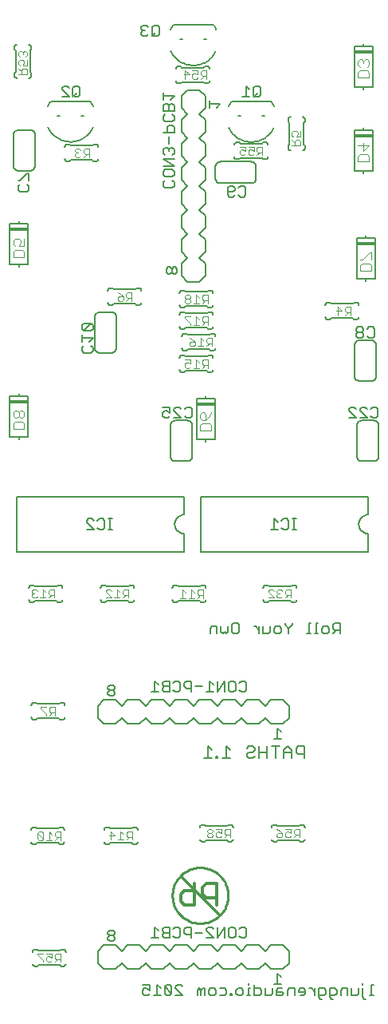
<source format=gbo>
G75*
%MOIN*%
%OFA0B0*%
%FSLAX24Y24*%
%IPPOS*%
%LPD*%
%AMOC8*
5,1,8,0,0,1.08239X$1,22.5*
%
%ADD10C,0.0060*%
%ADD11C,0.0070*%
%ADD12C,0.0120*%
%ADD13C,0.0087*%
%ADD14C,0.0040*%
%ADD15C,0.0050*%
D10*
X001791Y004305D02*
X001891Y004305D01*
X001941Y004355D01*
X002841Y004355D01*
X002891Y004305D01*
X002991Y004305D01*
X003008Y004307D01*
X003025Y004311D01*
X003041Y004318D01*
X003055Y004328D01*
X003068Y004341D01*
X003078Y004355D01*
X003085Y004371D01*
X003089Y004388D01*
X003091Y004405D01*
X003091Y004905D02*
X003089Y004922D01*
X003085Y004939D01*
X003078Y004955D01*
X003068Y004969D01*
X003055Y004982D01*
X003041Y004992D01*
X003025Y004999D01*
X003008Y005003D01*
X002991Y005005D01*
X002891Y005005D01*
X002841Y004955D01*
X001941Y004955D01*
X001891Y005005D01*
X001791Y005005D01*
X001774Y005003D01*
X001757Y004999D01*
X001741Y004992D01*
X001727Y004982D01*
X001714Y004969D01*
X001704Y004955D01*
X001697Y004939D01*
X001693Y004922D01*
X001691Y004905D01*
X001691Y004405D02*
X001693Y004388D01*
X001697Y004371D01*
X001704Y004355D01*
X001714Y004341D01*
X001727Y004328D01*
X001741Y004318D01*
X001757Y004311D01*
X001774Y004307D01*
X001791Y004305D01*
X001725Y009396D02*
X001825Y009396D01*
X001875Y009446D01*
X002775Y009446D01*
X002825Y009396D01*
X002925Y009396D01*
X002942Y009398D01*
X002959Y009402D01*
X002975Y009409D01*
X002989Y009419D01*
X003002Y009432D01*
X003012Y009446D01*
X003019Y009462D01*
X003023Y009479D01*
X003025Y009496D01*
X003025Y009996D02*
X003023Y010013D01*
X003019Y010030D01*
X003012Y010046D01*
X003002Y010060D01*
X002989Y010073D01*
X002975Y010083D01*
X002959Y010090D01*
X002942Y010094D01*
X002925Y010096D01*
X002825Y010096D01*
X002775Y010046D01*
X001875Y010046D01*
X001825Y010096D01*
X001725Y010096D01*
X001708Y010094D01*
X001691Y010090D01*
X001675Y010083D01*
X001661Y010073D01*
X001648Y010060D01*
X001638Y010046D01*
X001631Y010030D01*
X001627Y010013D01*
X001625Y009996D01*
X001625Y009496D02*
X001627Y009479D01*
X001631Y009462D01*
X001638Y009446D01*
X001648Y009432D01*
X001661Y009419D01*
X001675Y009409D01*
X001691Y009402D01*
X001708Y009398D01*
X001725Y009396D01*
X001750Y014600D02*
X001850Y014600D01*
X001900Y014650D01*
X002800Y014650D01*
X002850Y014600D01*
X002950Y014600D01*
X002967Y014602D01*
X002984Y014606D01*
X003000Y014613D01*
X003014Y014623D01*
X003027Y014636D01*
X003037Y014650D01*
X003044Y014666D01*
X003048Y014683D01*
X003050Y014700D01*
X003050Y015200D02*
X003048Y015217D01*
X003044Y015234D01*
X003037Y015250D01*
X003027Y015264D01*
X003014Y015277D01*
X003000Y015287D01*
X002984Y015294D01*
X002967Y015298D01*
X002950Y015300D01*
X002850Y015300D01*
X002800Y015250D01*
X001900Y015250D01*
X001850Y015300D01*
X001750Y015300D01*
X001733Y015298D01*
X001716Y015294D01*
X001700Y015287D01*
X001686Y015277D01*
X001673Y015264D01*
X001663Y015250D01*
X001656Y015234D01*
X001652Y015217D01*
X001650Y015200D01*
X001650Y014700D02*
X001652Y014683D01*
X001656Y014666D01*
X001663Y014650D01*
X001673Y014636D01*
X001686Y014623D01*
X001700Y014613D01*
X001716Y014606D01*
X001733Y014602D01*
X001750Y014600D01*
X001750Y019500D02*
X001650Y019500D01*
X001633Y019502D01*
X001616Y019506D01*
X001600Y019513D01*
X001586Y019523D01*
X001573Y019536D01*
X001563Y019550D01*
X001556Y019566D01*
X001552Y019583D01*
X001550Y019600D01*
X001750Y019500D02*
X001800Y019550D01*
X002700Y019550D01*
X002750Y019500D01*
X002850Y019500D01*
X002867Y019502D01*
X002884Y019506D01*
X002900Y019513D01*
X002914Y019523D01*
X002927Y019536D01*
X002937Y019550D01*
X002944Y019566D01*
X002948Y019583D01*
X002950Y019600D01*
X002950Y020100D02*
X002948Y020117D01*
X002944Y020134D01*
X002937Y020150D01*
X002927Y020164D01*
X002914Y020177D01*
X002900Y020187D01*
X002884Y020194D01*
X002867Y020198D01*
X002850Y020200D01*
X002750Y020200D01*
X002700Y020150D01*
X001800Y020150D01*
X001750Y020200D01*
X001650Y020200D01*
X001633Y020198D01*
X001616Y020194D01*
X001600Y020187D01*
X001586Y020177D01*
X001573Y020164D01*
X001563Y020150D01*
X001556Y020134D01*
X001552Y020117D01*
X001550Y020100D01*
X001050Y021600D02*
X001050Y023900D01*
X008050Y023900D01*
X008050Y023150D01*
X008011Y023148D01*
X007972Y023142D01*
X007934Y023133D01*
X007897Y023120D01*
X007861Y023103D01*
X007828Y023083D01*
X007796Y023059D01*
X007767Y023033D01*
X007741Y023004D01*
X007717Y022972D01*
X007697Y022939D01*
X007680Y022903D01*
X007667Y022866D01*
X007658Y022828D01*
X007652Y022789D01*
X007650Y022750D01*
X007652Y022711D01*
X007658Y022672D01*
X007667Y022634D01*
X007680Y022597D01*
X007697Y022561D01*
X007717Y022528D01*
X007741Y022496D01*
X007767Y022467D01*
X007796Y022441D01*
X007828Y022417D01*
X007861Y022397D01*
X007897Y022380D01*
X007934Y022367D01*
X007972Y022358D01*
X008011Y022352D01*
X008050Y022350D01*
X008050Y021600D01*
X001050Y021600D01*
X004674Y015411D02*
X004424Y015161D01*
X004424Y014661D01*
X004674Y014411D01*
X005174Y014411D01*
X005424Y014661D01*
X005674Y014411D01*
X006174Y014411D01*
X006424Y014661D01*
X006674Y014411D01*
X007174Y014411D01*
X007424Y014661D01*
X007674Y014411D01*
X008174Y014411D01*
X008424Y014661D01*
X008674Y014411D01*
X009174Y014411D01*
X009424Y014661D01*
X009674Y014411D01*
X010174Y014411D01*
X010424Y014661D01*
X010674Y014411D01*
X011174Y014411D01*
X011424Y014661D01*
X011674Y014411D01*
X012174Y014411D01*
X012424Y014661D01*
X012424Y015161D01*
X012174Y015411D01*
X011674Y015411D01*
X011424Y015161D01*
X011174Y015411D01*
X010674Y015411D01*
X010424Y015161D01*
X010174Y015411D01*
X009674Y015411D01*
X009424Y015161D01*
X009174Y015411D01*
X008674Y015411D01*
X008424Y015161D01*
X008174Y015411D01*
X007674Y015411D01*
X007424Y015161D01*
X007174Y015411D01*
X006674Y015411D01*
X006424Y015161D01*
X006174Y015411D01*
X005674Y015411D01*
X005424Y015161D01*
X005174Y015411D01*
X004674Y015411D01*
X004650Y019500D02*
X004750Y019500D01*
X004800Y019550D01*
X005700Y019550D01*
X005750Y019500D01*
X005850Y019500D01*
X005867Y019502D01*
X005884Y019506D01*
X005900Y019513D01*
X005914Y019523D01*
X005927Y019536D01*
X005937Y019550D01*
X005944Y019566D01*
X005948Y019583D01*
X005950Y019600D01*
X005950Y020100D02*
X005948Y020117D01*
X005944Y020134D01*
X005937Y020150D01*
X005927Y020164D01*
X005914Y020177D01*
X005900Y020187D01*
X005884Y020194D01*
X005867Y020198D01*
X005850Y020200D01*
X005750Y020200D01*
X005700Y020150D01*
X004800Y020150D01*
X004750Y020200D01*
X004650Y020200D01*
X004633Y020198D01*
X004616Y020194D01*
X004600Y020187D01*
X004586Y020177D01*
X004573Y020164D01*
X004563Y020150D01*
X004556Y020134D01*
X004552Y020117D01*
X004550Y020100D01*
X004550Y019600D02*
X004552Y019583D01*
X004556Y019566D01*
X004563Y019550D01*
X004573Y019536D01*
X004586Y019523D01*
X004600Y019513D01*
X004616Y019506D01*
X004633Y019502D01*
X004650Y019500D01*
X007475Y025575D02*
X007475Y026875D01*
X007477Y026901D01*
X007482Y026927D01*
X007490Y026952D01*
X007502Y026975D01*
X007516Y026997D01*
X007534Y027016D01*
X007553Y027034D01*
X007575Y027048D01*
X007598Y027060D01*
X007623Y027068D01*
X007649Y027073D01*
X007675Y027075D01*
X008175Y027075D01*
X008201Y027073D01*
X008227Y027068D01*
X008252Y027060D01*
X008275Y027048D01*
X008297Y027034D01*
X008316Y027016D01*
X008334Y026997D01*
X008348Y026975D01*
X008360Y026952D01*
X008368Y026927D01*
X008373Y026901D01*
X008375Y026875D01*
X008375Y025575D01*
X008373Y025549D01*
X008368Y025523D01*
X008360Y025498D01*
X008348Y025475D01*
X008334Y025453D01*
X008316Y025434D01*
X008297Y025416D01*
X008275Y025402D01*
X008252Y025390D01*
X008227Y025382D01*
X008201Y025377D01*
X008175Y025375D01*
X007675Y025375D01*
X007649Y025377D01*
X007623Y025382D01*
X007598Y025390D01*
X007575Y025402D01*
X007553Y025416D01*
X007534Y025434D01*
X007516Y025453D01*
X007502Y025475D01*
X007490Y025498D01*
X007482Y025523D01*
X007477Y025549D01*
X007475Y025575D01*
X008750Y023900D02*
X008750Y021600D01*
X015750Y021600D01*
X015750Y022350D01*
X015711Y022352D01*
X015672Y022358D01*
X015634Y022367D01*
X015597Y022380D01*
X015561Y022397D01*
X015528Y022417D01*
X015496Y022441D01*
X015467Y022467D01*
X015441Y022496D01*
X015417Y022528D01*
X015397Y022561D01*
X015380Y022597D01*
X015367Y022634D01*
X015358Y022672D01*
X015352Y022711D01*
X015350Y022750D01*
X015352Y022789D01*
X015358Y022828D01*
X015367Y022866D01*
X015380Y022903D01*
X015397Y022939D01*
X015417Y022972D01*
X015441Y023004D01*
X015467Y023033D01*
X015496Y023059D01*
X015528Y023083D01*
X015561Y023103D01*
X015597Y023120D01*
X015634Y023133D01*
X015672Y023142D01*
X015711Y023148D01*
X015750Y023150D01*
X015750Y023900D01*
X008750Y023900D01*
X008750Y020200D02*
X008700Y020150D01*
X007800Y020150D01*
X007750Y020200D01*
X007650Y020200D01*
X007633Y020198D01*
X007616Y020194D01*
X007600Y020187D01*
X007586Y020177D01*
X007573Y020164D01*
X007563Y020150D01*
X007556Y020134D01*
X007552Y020117D01*
X007550Y020100D01*
X007550Y019600D02*
X007552Y019583D01*
X007556Y019566D01*
X007563Y019550D01*
X007573Y019536D01*
X007586Y019523D01*
X007600Y019513D01*
X007616Y019506D01*
X007633Y019502D01*
X007650Y019500D01*
X007750Y019500D01*
X007800Y019550D01*
X008700Y019550D01*
X008750Y019500D01*
X008850Y019500D01*
X008867Y019502D01*
X008884Y019506D01*
X008900Y019513D01*
X008914Y019523D01*
X008927Y019536D01*
X008937Y019550D01*
X008944Y019566D01*
X008948Y019583D01*
X008950Y019600D01*
X008950Y020100D02*
X008948Y020117D01*
X008944Y020134D01*
X008937Y020150D01*
X008927Y020164D01*
X008914Y020177D01*
X008900Y020187D01*
X008884Y020194D01*
X008867Y020198D01*
X008850Y020200D01*
X008750Y020200D01*
X009200Y018478D02*
X009126Y018405D01*
X009126Y018185D01*
X009200Y018478D02*
X009420Y018478D01*
X009420Y018185D01*
X009587Y018258D02*
X009587Y018478D01*
X009587Y018258D02*
X009660Y018185D01*
X009733Y018258D01*
X009807Y018185D01*
X009880Y018258D01*
X009880Y018478D01*
X010047Y018552D02*
X010047Y018258D01*
X010120Y018185D01*
X010267Y018185D01*
X010341Y018258D01*
X010341Y018552D01*
X010267Y018625D01*
X010120Y018625D01*
X010047Y018552D01*
X010965Y018478D02*
X011038Y018478D01*
X011185Y018332D01*
X011185Y018478D02*
X011185Y018185D01*
X011352Y018185D02*
X011352Y018478D01*
X011352Y018185D02*
X011572Y018185D01*
X011645Y018258D01*
X011645Y018478D01*
X011812Y018405D02*
X011812Y018258D01*
X011885Y018185D01*
X012032Y018185D01*
X012106Y018258D01*
X012106Y018405D01*
X012032Y018478D01*
X011885Y018478D01*
X011812Y018405D01*
X012272Y018552D02*
X012272Y018625D01*
X012272Y018552D02*
X012419Y018405D01*
X012419Y018185D01*
X012419Y018405D02*
X012566Y018552D01*
X012566Y018625D01*
X012550Y019500D02*
X012650Y019500D01*
X012667Y019502D01*
X012684Y019506D01*
X012700Y019513D01*
X012714Y019523D01*
X012727Y019536D01*
X012737Y019550D01*
X012744Y019566D01*
X012748Y019583D01*
X012750Y019600D01*
X012750Y020100D02*
X012748Y020117D01*
X012744Y020134D01*
X012737Y020150D01*
X012727Y020164D01*
X012714Y020177D01*
X012700Y020187D01*
X012684Y020194D01*
X012667Y020198D01*
X012650Y020200D01*
X012550Y020200D01*
X012500Y020150D01*
X011600Y020150D01*
X011550Y020200D01*
X011450Y020200D01*
X011433Y020198D01*
X011416Y020194D01*
X011400Y020187D01*
X011386Y020177D01*
X011373Y020164D01*
X011363Y020150D01*
X011356Y020134D01*
X011352Y020117D01*
X011350Y020100D01*
X011350Y019600D02*
X011352Y019583D01*
X011356Y019566D01*
X011363Y019550D01*
X011373Y019536D01*
X011386Y019523D01*
X011400Y019513D01*
X011416Y019506D01*
X011433Y019502D01*
X011450Y019500D01*
X011550Y019500D01*
X011600Y019550D01*
X012500Y019550D01*
X012550Y019500D01*
X013260Y018625D02*
X013260Y018185D01*
X013333Y018185D02*
X013186Y018185D01*
X013493Y018185D02*
X013640Y018185D01*
X013567Y018185D02*
X013567Y018625D01*
X013640Y018625D01*
X013807Y018405D02*
X013807Y018258D01*
X013880Y018185D01*
X014027Y018185D01*
X014101Y018258D01*
X014101Y018405D01*
X014027Y018478D01*
X013880Y018478D01*
X013807Y018405D01*
X013333Y018625D02*
X013260Y018625D01*
X014267Y018552D02*
X014267Y018405D01*
X014341Y018332D01*
X014561Y018332D01*
X014414Y018332D02*
X014267Y018185D01*
X014561Y018185D02*
X014561Y018625D01*
X014341Y018625D01*
X014267Y018552D01*
X015475Y025375D02*
X015975Y025375D01*
X016001Y025377D01*
X016027Y025382D01*
X016052Y025390D01*
X016075Y025402D01*
X016097Y025416D01*
X016116Y025434D01*
X016134Y025453D01*
X016148Y025475D01*
X016160Y025498D01*
X016168Y025523D01*
X016173Y025549D01*
X016175Y025575D01*
X016175Y026875D01*
X016173Y026901D01*
X016168Y026927D01*
X016160Y026952D01*
X016148Y026975D01*
X016134Y026997D01*
X016116Y027016D01*
X016097Y027034D01*
X016075Y027048D01*
X016052Y027060D01*
X016027Y027068D01*
X016001Y027073D01*
X015975Y027075D01*
X015475Y027075D01*
X015449Y027073D01*
X015423Y027068D01*
X015398Y027060D01*
X015375Y027048D01*
X015353Y027034D01*
X015334Y027016D01*
X015316Y026997D01*
X015302Y026975D01*
X015290Y026952D01*
X015282Y026927D01*
X015277Y026901D01*
X015275Y026875D01*
X015275Y025575D01*
X015277Y025549D01*
X015282Y025523D01*
X015290Y025498D01*
X015302Y025475D01*
X015316Y025453D01*
X015334Y025434D01*
X015353Y025416D01*
X015375Y025402D01*
X015398Y025390D01*
X015423Y025382D01*
X015449Y025377D01*
X015475Y025375D01*
X015375Y028725D02*
X015875Y028725D01*
X015901Y028727D01*
X015927Y028732D01*
X015952Y028740D01*
X015975Y028752D01*
X015997Y028766D01*
X016016Y028784D01*
X016034Y028803D01*
X016048Y028825D01*
X016060Y028848D01*
X016068Y028873D01*
X016073Y028899D01*
X016075Y028925D01*
X016075Y030225D01*
X016073Y030251D01*
X016068Y030277D01*
X016060Y030302D01*
X016048Y030325D01*
X016034Y030347D01*
X016016Y030366D01*
X015997Y030384D01*
X015975Y030398D01*
X015952Y030410D01*
X015927Y030418D01*
X015901Y030423D01*
X015875Y030425D01*
X015375Y030425D01*
X015349Y030423D01*
X015323Y030418D01*
X015298Y030410D01*
X015275Y030398D01*
X015253Y030384D01*
X015234Y030366D01*
X015216Y030347D01*
X015202Y030325D01*
X015190Y030302D01*
X015182Y030277D01*
X015177Y030251D01*
X015175Y030225D01*
X015175Y028925D01*
X015177Y028899D01*
X015182Y028873D01*
X015190Y028848D01*
X015202Y028825D01*
X015216Y028803D01*
X015234Y028784D01*
X015253Y028766D01*
X015275Y028752D01*
X015298Y028740D01*
X015323Y028732D01*
X015349Y028727D01*
X015375Y028725D01*
X015250Y031300D02*
X015150Y031300D01*
X015100Y031350D01*
X014200Y031350D01*
X014150Y031300D01*
X014050Y031300D01*
X014033Y031302D01*
X014016Y031306D01*
X014000Y031313D01*
X013986Y031323D01*
X013973Y031336D01*
X013963Y031350D01*
X013956Y031366D01*
X013952Y031383D01*
X013950Y031400D01*
X013950Y031900D02*
X013952Y031917D01*
X013956Y031934D01*
X013963Y031950D01*
X013973Y031964D01*
X013986Y031977D01*
X014000Y031987D01*
X014016Y031994D01*
X014033Y031998D01*
X014050Y032000D01*
X014150Y032000D01*
X014200Y031950D01*
X015100Y031950D01*
X015150Y032000D01*
X015250Y032000D01*
X015267Y031998D01*
X015284Y031994D01*
X015300Y031987D01*
X015314Y031977D01*
X015327Y031964D01*
X015337Y031950D01*
X015344Y031934D01*
X015348Y031917D01*
X015350Y031900D01*
X015350Y031400D02*
X015348Y031383D01*
X015344Y031366D01*
X015337Y031350D01*
X015327Y031336D01*
X015314Y031323D01*
X015300Y031313D01*
X015284Y031306D01*
X015267Y031302D01*
X015250Y031300D01*
X013100Y038450D02*
X013100Y038550D01*
X013050Y038600D01*
X013050Y039500D01*
X013100Y039550D01*
X013100Y039650D01*
X013098Y039667D01*
X013094Y039684D01*
X013087Y039700D01*
X013077Y039714D01*
X013064Y039727D01*
X013050Y039737D01*
X013034Y039744D01*
X013017Y039748D01*
X013000Y039750D01*
X012500Y039750D02*
X012483Y039748D01*
X012466Y039744D01*
X012450Y039737D01*
X012436Y039727D01*
X012423Y039714D01*
X012413Y039700D01*
X012406Y039684D01*
X012402Y039667D01*
X012400Y039650D01*
X012400Y039550D01*
X012450Y039500D01*
X012450Y038600D01*
X012400Y038550D01*
X012400Y038450D01*
X012402Y038433D01*
X012406Y038416D01*
X012413Y038400D01*
X012423Y038386D01*
X012436Y038373D01*
X012450Y038363D01*
X012466Y038356D01*
X012483Y038352D01*
X012500Y038350D01*
X013000Y038350D02*
X013017Y038352D01*
X013034Y038356D01*
X013050Y038363D01*
X013064Y038373D01*
X013077Y038386D01*
X013087Y038400D01*
X013094Y038416D01*
X013098Y038433D01*
X013100Y038450D01*
X011675Y040400D02*
X010025Y040400D01*
X010297Y039800D02*
X010403Y039800D01*
X009900Y040197D02*
X009927Y040251D01*
X009957Y040302D01*
X009990Y040352D01*
X010025Y040400D01*
X010241Y038680D02*
X010341Y038680D01*
X010391Y038630D01*
X011291Y038630D01*
X011341Y038680D01*
X011441Y038680D01*
X011458Y038678D01*
X011475Y038674D01*
X011491Y038667D01*
X011505Y038657D01*
X011518Y038644D01*
X011528Y038630D01*
X011535Y038614D01*
X011539Y038597D01*
X011541Y038580D01*
X011541Y038080D02*
X011539Y038063D01*
X011535Y038046D01*
X011528Y038030D01*
X011518Y038016D01*
X011505Y038003D01*
X011491Y037993D01*
X011475Y037986D01*
X011458Y037982D01*
X011441Y037980D01*
X011341Y037980D01*
X011291Y038030D01*
X010391Y038030D01*
X010341Y037980D01*
X010241Y037980D01*
X010224Y037982D01*
X010207Y037986D01*
X010191Y037993D01*
X010177Y038003D01*
X010164Y038016D01*
X010154Y038030D01*
X010147Y038046D01*
X010143Y038063D01*
X010141Y038080D01*
X010141Y038580D02*
X010143Y038597D01*
X010147Y038614D01*
X010154Y038630D01*
X010164Y038644D01*
X010177Y038657D01*
X010191Y038667D01*
X010207Y038674D01*
X010224Y038678D01*
X010241Y038680D01*
X010850Y037875D02*
X009550Y037875D01*
X009524Y037873D01*
X009498Y037868D01*
X009473Y037860D01*
X009450Y037848D01*
X009428Y037834D01*
X009409Y037816D01*
X009391Y037797D01*
X009377Y037775D01*
X009365Y037752D01*
X009357Y037727D01*
X009352Y037701D01*
X009350Y037675D01*
X009350Y037175D01*
X009352Y037149D01*
X009357Y037123D01*
X009365Y037098D01*
X009377Y037075D01*
X009391Y037053D01*
X009409Y037034D01*
X009428Y037016D01*
X009450Y037002D01*
X009473Y036990D01*
X009498Y036982D01*
X009524Y036977D01*
X009550Y036975D01*
X010850Y036975D01*
X010876Y036977D01*
X010902Y036982D01*
X010927Y036990D01*
X010950Y037002D01*
X010972Y037016D01*
X010991Y037034D01*
X011009Y037053D01*
X011023Y037075D01*
X011035Y037098D01*
X011043Y037123D01*
X011048Y037149D01*
X011050Y037175D01*
X011050Y037675D01*
X011048Y037701D01*
X011043Y037727D01*
X011035Y037752D01*
X011023Y037775D01*
X011009Y037797D01*
X010991Y037816D01*
X010972Y037834D01*
X010950Y037848D01*
X010927Y037860D01*
X010902Y037868D01*
X010876Y037873D01*
X010850Y037875D01*
X011804Y040188D02*
X011777Y040244D01*
X011746Y040298D01*
X011712Y040350D01*
X011675Y040400D01*
X011403Y039800D02*
X011297Y039800D01*
X011800Y039303D02*
X011771Y039246D01*
X011738Y039190D01*
X011703Y039137D01*
X011663Y039086D01*
X011621Y039038D01*
X011576Y038992D01*
X011529Y038949D01*
X011479Y038909D01*
X011426Y038872D01*
X011371Y038839D01*
X011315Y038808D01*
X011256Y038782D01*
X011196Y038759D01*
X011135Y038739D01*
X011073Y038724D01*
X011010Y038712D01*
X010946Y038704D01*
X010882Y038700D01*
X010818Y038700D01*
X010754Y038704D01*
X010690Y038712D01*
X010627Y038724D01*
X010565Y038739D01*
X010504Y038759D01*
X010444Y038782D01*
X010385Y038808D01*
X010329Y038839D01*
X010274Y038872D01*
X010221Y038909D01*
X010171Y038949D01*
X010124Y038992D01*
X010079Y039038D01*
X010037Y039086D01*
X009997Y039137D01*
X009962Y039190D01*
X009929Y039246D01*
X009900Y039303D01*
X009004Y041155D02*
X008904Y041155D01*
X008854Y041205D01*
X007954Y041205D01*
X007904Y041155D01*
X007804Y041155D01*
X007787Y041157D01*
X007770Y041161D01*
X007754Y041168D01*
X007740Y041178D01*
X007727Y041191D01*
X007717Y041205D01*
X007710Y041221D01*
X007706Y041238D01*
X007704Y041255D01*
X007704Y041755D02*
X007706Y041772D01*
X007710Y041789D01*
X007717Y041805D01*
X007727Y041819D01*
X007740Y041832D01*
X007754Y041842D01*
X007770Y041849D01*
X007787Y041853D01*
X007804Y041855D01*
X007904Y041855D01*
X007954Y041805D01*
X008854Y041805D01*
X008904Y041855D01*
X009004Y041855D01*
X009021Y041853D01*
X009038Y041849D01*
X009054Y041842D01*
X009068Y041832D01*
X009081Y041819D01*
X009091Y041805D01*
X009098Y041789D01*
X009102Y041772D01*
X009104Y041755D01*
X009104Y041255D02*
X009102Y041238D01*
X009098Y041221D01*
X009091Y041205D01*
X009081Y041191D01*
X009068Y041178D01*
X009054Y041168D01*
X009038Y041161D01*
X009021Y041157D01*
X009004Y041155D01*
X008674Y040864D02*
X008924Y040614D01*
X008924Y040114D01*
X008674Y039864D01*
X008924Y039614D01*
X008924Y039114D01*
X008674Y038864D01*
X008924Y038614D01*
X008924Y038114D01*
X008674Y037864D01*
X008924Y037614D01*
X008924Y037114D01*
X008674Y036864D01*
X008924Y036614D01*
X008924Y036114D01*
X008674Y035864D01*
X008924Y035614D01*
X008924Y035114D01*
X008674Y034864D01*
X008924Y034614D01*
X008924Y034114D01*
X008674Y033864D01*
X008924Y033614D01*
X008924Y033114D01*
X008674Y032864D01*
X008174Y032864D01*
X007924Y033114D01*
X007924Y033614D01*
X008174Y033864D01*
X007924Y034114D01*
X007924Y034614D01*
X008174Y034864D01*
X007924Y035114D01*
X007924Y035614D01*
X008174Y035864D01*
X007924Y036114D01*
X007924Y036614D01*
X008174Y036864D01*
X007924Y037114D01*
X007924Y037614D01*
X008174Y037864D01*
X007924Y038114D01*
X007924Y038614D01*
X008174Y038864D01*
X007924Y039114D01*
X007924Y039614D01*
X008174Y039864D01*
X007924Y040114D01*
X007924Y040614D01*
X008174Y040864D01*
X008674Y040864D01*
X009384Y043383D02*
X009357Y043439D01*
X009326Y043493D01*
X009292Y043545D01*
X009255Y043595D01*
X009254Y043595D02*
X007605Y043595D01*
X007877Y042995D02*
X007982Y042995D01*
X007479Y043392D02*
X007506Y043446D01*
X007536Y043497D01*
X007569Y043547D01*
X007604Y043595D01*
X007479Y042498D02*
X007508Y042441D01*
X007541Y042385D01*
X007576Y042332D01*
X007616Y042281D01*
X007658Y042233D01*
X007703Y042187D01*
X007750Y042144D01*
X007800Y042104D01*
X007853Y042067D01*
X007908Y042034D01*
X007964Y042003D01*
X008023Y041977D01*
X008083Y041954D01*
X008144Y041934D01*
X008206Y041919D01*
X008269Y041907D01*
X008333Y041899D01*
X008397Y041895D01*
X008461Y041895D01*
X008525Y041899D01*
X008589Y041907D01*
X008652Y041919D01*
X008714Y041934D01*
X008775Y041954D01*
X008835Y041977D01*
X008894Y042003D01*
X008950Y042034D01*
X009005Y042067D01*
X009058Y042104D01*
X009108Y042144D01*
X009155Y042187D01*
X009200Y042233D01*
X009242Y042281D01*
X009282Y042332D01*
X009317Y042385D01*
X009350Y042441D01*
X009379Y042498D01*
X008982Y042995D02*
X008877Y042995D01*
X006150Y032600D02*
X006050Y032600D01*
X006000Y032550D01*
X005100Y032550D01*
X005050Y032600D01*
X004950Y032600D01*
X004933Y032598D01*
X004916Y032594D01*
X004900Y032587D01*
X004886Y032577D01*
X004873Y032564D01*
X004863Y032550D01*
X004856Y032534D01*
X004852Y032517D01*
X004850Y032500D01*
X004850Y032000D02*
X004852Y031983D01*
X004856Y031966D01*
X004863Y031950D01*
X004873Y031936D01*
X004886Y031923D01*
X004900Y031913D01*
X004916Y031906D01*
X004933Y031902D01*
X004950Y031900D01*
X005050Y031900D01*
X005100Y031950D01*
X006000Y031950D01*
X006050Y031900D01*
X006150Y031900D01*
X006167Y031902D01*
X006184Y031906D01*
X006200Y031913D01*
X006214Y031923D01*
X006227Y031936D01*
X006237Y031950D01*
X006244Y031966D01*
X006248Y031983D01*
X006250Y032000D01*
X006250Y032500D02*
X006248Y032517D01*
X006244Y032534D01*
X006237Y032550D01*
X006227Y032564D01*
X006214Y032577D01*
X006200Y032587D01*
X006184Y032594D01*
X006167Y032598D01*
X006150Y032600D01*
X005200Y031400D02*
X005200Y030100D01*
X005198Y030074D01*
X005193Y030048D01*
X005185Y030023D01*
X005173Y030000D01*
X005159Y029978D01*
X005141Y029959D01*
X005122Y029941D01*
X005100Y029927D01*
X005077Y029915D01*
X005052Y029907D01*
X005026Y029902D01*
X005000Y029900D01*
X004500Y029900D01*
X004474Y029902D01*
X004448Y029907D01*
X004423Y029915D01*
X004400Y029927D01*
X004378Y029941D01*
X004359Y029959D01*
X004341Y029978D01*
X004327Y030000D01*
X004315Y030023D01*
X004307Y030048D01*
X004302Y030074D01*
X004300Y030100D01*
X004300Y031400D01*
X004302Y031426D01*
X004307Y031452D01*
X004315Y031477D01*
X004327Y031500D01*
X004341Y031522D01*
X004359Y031541D01*
X004378Y031559D01*
X004400Y031573D01*
X004423Y031585D01*
X004448Y031593D01*
X004474Y031598D01*
X004500Y031600D01*
X005000Y031600D01*
X005026Y031598D01*
X005052Y031593D01*
X005077Y031585D01*
X005100Y031573D01*
X005122Y031559D01*
X005141Y031541D01*
X005159Y031522D01*
X005173Y031500D01*
X005185Y031477D01*
X005193Y031452D01*
X005198Y031426D01*
X005200Y031400D01*
X007850Y031500D02*
X007852Y031517D01*
X007856Y031534D01*
X007863Y031550D01*
X007873Y031564D01*
X007886Y031577D01*
X007900Y031587D01*
X007916Y031594D01*
X007933Y031598D01*
X007950Y031600D01*
X008050Y031600D01*
X008100Y031550D01*
X009000Y031550D01*
X009050Y031600D01*
X009150Y031600D01*
X009167Y031598D01*
X009184Y031594D01*
X009200Y031587D01*
X009214Y031577D01*
X009227Y031564D01*
X009237Y031550D01*
X009244Y031534D01*
X009248Y031517D01*
X009250Y031500D01*
X009150Y031800D02*
X009050Y031800D01*
X009000Y031850D01*
X008100Y031850D01*
X008050Y031800D01*
X007950Y031800D01*
X007933Y031802D01*
X007916Y031806D01*
X007900Y031813D01*
X007886Y031823D01*
X007873Y031836D01*
X007863Y031850D01*
X007856Y031866D01*
X007852Y031883D01*
X007850Y031900D01*
X007850Y032400D02*
X007852Y032417D01*
X007856Y032434D01*
X007863Y032450D01*
X007873Y032464D01*
X007886Y032477D01*
X007900Y032487D01*
X007916Y032494D01*
X007933Y032498D01*
X007950Y032500D01*
X008050Y032500D01*
X008100Y032450D01*
X009000Y032450D01*
X009050Y032500D01*
X009150Y032500D01*
X009167Y032498D01*
X009184Y032494D01*
X009200Y032487D01*
X009214Y032477D01*
X009227Y032464D01*
X009237Y032450D01*
X009244Y032434D01*
X009248Y032417D01*
X009250Y032400D01*
X009250Y031900D02*
X009248Y031883D01*
X009244Y031866D01*
X009237Y031850D01*
X009227Y031836D01*
X009214Y031823D01*
X009200Y031813D01*
X009184Y031806D01*
X009167Y031802D01*
X009150Y031800D01*
X009250Y031000D02*
X009248Y030983D01*
X009244Y030966D01*
X009237Y030950D01*
X009227Y030936D01*
X009214Y030923D01*
X009200Y030913D01*
X009184Y030906D01*
X009167Y030902D01*
X009150Y030900D01*
X009050Y030900D01*
X009000Y030950D01*
X008100Y030950D01*
X008050Y030900D01*
X007950Y030900D01*
X007933Y030902D01*
X007916Y030906D01*
X007900Y030913D01*
X007886Y030923D01*
X007873Y030936D01*
X007863Y030950D01*
X007856Y030966D01*
X007852Y030983D01*
X007850Y031000D01*
X008050Y030700D02*
X008150Y030700D01*
X008200Y030650D01*
X009100Y030650D01*
X009150Y030700D01*
X009250Y030700D01*
X009267Y030698D01*
X009284Y030694D01*
X009300Y030687D01*
X009314Y030677D01*
X009327Y030664D01*
X009337Y030650D01*
X009344Y030634D01*
X009348Y030617D01*
X009350Y030600D01*
X009350Y030100D02*
X009348Y030083D01*
X009344Y030066D01*
X009337Y030050D01*
X009327Y030036D01*
X009314Y030023D01*
X009300Y030013D01*
X009284Y030006D01*
X009267Y030002D01*
X009250Y030000D01*
X009150Y030000D01*
X009100Y030050D01*
X008200Y030050D01*
X008150Y030000D01*
X008050Y030000D01*
X008033Y030002D01*
X008016Y030006D01*
X008000Y030013D01*
X007986Y030023D01*
X007973Y030036D01*
X007963Y030050D01*
X007956Y030066D01*
X007952Y030083D01*
X007950Y030100D01*
X007950Y029800D02*
X008050Y029800D01*
X008100Y029750D01*
X009000Y029750D01*
X009050Y029800D01*
X009150Y029800D01*
X009167Y029798D01*
X009184Y029794D01*
X009200Y029787D01*
X009214Y029777D01*
X009227Y029764D01*
X009237Y029750D01*
X009244Y029734D01*
X009248Y029717D01*
X009250Y029700D01*
X009250Y029200D02*
X009248Y029183D01*
X009244Y029166D01*
X009237Y029150D01*
X009227Y029136D01*
X009214Y029123D01*
X009200Y029113D01*
X009184Y029106D01*
X009167Y029102D01*
X009150Y029100D01*
X009050Y029100D01*
X009000Y029150D01*
X008100Y029150D01*
X008050Y029100D01*
X007950Y029100D01*
X007933Y029102D01*
X007916Y029106D01*
X007900Y029113D01*
X007886Y029123D01*
X007873Y029136D01*
X007863Y029150D01*
X007856Y029166D01*
X007852Y029183D01*
X007850Y029200D01*
X007850Y029700D02*
X007852Y029717D01*
X007856Y029734D01*
X007863Y029750D01*
X007873Y029764D01*
X007886Y029777D01*
X007900Y029787D01*
X007916Y029794D01*
X007933Y029798D01*
X007950Y029800D01*
X007950Y030600D02*
X007952Y030617D01*
X007956Y030634D01*
X007963Y030650D01*
X007973Y030664D01*
X007986Y030677D01*
X008000Y030687D01*
X008016Y030694D01*
X008033Y030698D01*
X008050Y030700D01*
X004350Y037900D02*
X004250Y037900D01*
X004200Y037950D01*
X003300Y037950D01*
X003250Y037900D01*
X003150Y037900D01*
X003133Y037902D01*
X003116Y037906D01*
X003100Y037913D01*
X003086Y037923D01*
X003073Y037936D01*
X003063Y037950D01*
X003056Y037966D01*
X003052Y037983D01*
X003050Y038000D01*
X003050Y038500D02*
X003052Y038517D01*
X003056Y038534D01*
X003063Y038550D01*
X003073Y038564D01*
X003086Y038577D01*
X003100Y038587D01*
X003116Y038594D01*
X003133Y038598D01*
X003150Y038600D01*
X003250Y038600D01*
X003300Y038550D01*
X004200Y038550D01*
X004250Y038600D01*
X004350Y038600D01*
X004367Y038598D01*
X004384Y038594D01*
X004400Y038587D01*
X004414Y038577D01*
X004427Y038564D01*
X004437Y038550D01*
X004444Y038534D01*
X004448Y038517D01*
X004450Y038500D01*
X004450Y038000D02*
X004448Y037983D01*
X004444Y037966D01*
X004437Y037950D01*
X004427Y037936D01*
X004414Y037923D01*
X004400Y037913D01*
X004384Y037906D01*
X004367Y037902D01*
X004350Y037900D01*
X003844Y039805D02*
X003738Y039805D01*
X004245Y040193D02*
X004218Y040249D01*
X004187Y040303D01*
X004153Y040355D01*
X004116Y040405D01*
X002466Y040405D01*
X002738Y039805D02*
X002844Y039805D01*
X002341Y040202D02*
X002368Y040256D01*
X002398Y040307D01*
X002431Y040357D01*
X002466Y040405D01*
X001800Y039000D02*
X001800Y037700D01*
X001798Y037674D01*
X001793Y037648D01*
X001785Y037623D01*
X001773Y037600D01*
X001759Y037578D01*
X001741Y037559D01*
X001722Y037541D01*
X001700Y037527D01*
X001677Y037515D01*
X001652Y037507D01*
X001626Y037502D01*
X001600Y037500D01*
X001100Y037500D01*
X001074Y037502D01*
X001048Y037507D01*
X001023Y037515D01*
X001000Y037527D01*
X000978Y037541D01*
X000959Y037559D01*
X000941Y037578D01*
X000927Y037600D01*
X000915Y037623D01*
X000907Y037648D01*
X000902Y037674D01*
X000900Y037700D01*
X000900Y039000D01*
X000902Y039026D01*
X000907Y039052D01*
X000915Y039077D01*
X000927Y039100D01*
X000941Y039122D01*
X000959Y039141D01*
X000978Y039159D01*
X001000Y039173D01*
X001023Y039185D01*
X001048Y039193D01*
X001074Y039198D01*
X001100Y039200D01*
X001600Y039200D01*
X001626Y039198D01*
X001652Y039193D01*
X001677Y039185D01*
X001700Y039173D01*
X001722Y039159D01*
X001741Y039141D01*
X001759Y039122D01*
X001773Y039100D01*
X001785Y039077D01*
X001793Y039052D01*
X001798Y039026D01*
X001800Y039000D01*
X001641Y041468D02*
X001641Y041568D01*
X001591Y041618D01*
X001591Y042518D01*
X001641Y042568D01*
X001641Y042668D01*
X001639Y042685D01*
X001635Y042702D01*
X001628Y042718D01*
X001618Y042732D01*
X001605Y042745D01*
X001591Y042755D01*
X001575Y042762D01*
X001558Y042766D01*
X001541Y042768D01*
X001041Y042768D02*
X001024Y042766D01*
X001007Y042762D01*
X000991Y042755D01*
X000977Y042745D01*
X000964Y042732D01*
X000954Y042718D01*
X000947Y042702D01*
X000943Y042685D01*
X000941Y042668D01*
X000941Y042568D01*
X000991Y042518D01*
X000991Y041618D01*
X000941Y041568D01*
X000941Y041468D01*
X000943Y041451D01*
X000947Y041434D01*
X000954Y041418D01*
X000964Y041404D01*
X000977Y041391D01*
X000991Y041381D01*
X001007Y041374D01*
X001024Y041370D01*
X001041Y041368D01*
X001541Y041368D02*
X001558Y041370D01*
X001575Y041374D01*
X001591Y041381D01*
X001605Y041391D01*
X001618Y041404D01*
X001628Y041418D01*
X001635Y041434D01*
X001639Y041451D01*
X001641Y041468D01*
X002341Y039308D02*
X002370Y039251D01*
X002403Y039195D01*
X002438Y039142D01*
X002478Y039091D01*
X002520Y039043D01*
X002565Y038997D01*
X002612Y038954D01*
X002662Y038914D01*
X002715Y038877D01*
X002770Y038844D01*
X002826Y038813D01*
X002885Y038787D01*
X002945Y038764D01*
X003006Y038744D01*
X003068Y038729D01*
X003131Y038717D01*
X003195Y038709D01*
X003259Y038705D01*
X003323Y038705D01*
X003387Y038709D01*
X003451Y038717D01*
X003514Y038729D01*
X003576Y038744D01*
X003637Y038764D01*
X003697Y038787D01*
X003756Y038813D01*
X003812Y038844D01*
X003867Y038877D01*
X003920Y038914D01*
X003970Y038954D01*
X004017Y038997D01*
X004062Y039043D01*
X004104Y039091D01*
X004144Y039142D01*
X004179Y039195D01*
X004212Y039251D01*
X004241Y039308D01*
X004797Y010100D02*
X004897Y010100D01*
X004947Y010050D01*
X005847Y010050D01*
X005897Y010100D01*
X005997Y010100D01*
X006014Y010098D01*
X006031Y010094D01*
X006047Y010087D01*
X006061Y010077D01*
X006074Y010064D01*
X006084Y010050D01*
X006091Y010034D01*
X006095Y010017D01*
X006097Y010000D01*
X006097Y009500D02*
X006095Y009483D01*
X006091Y009466D01*
X006084Y009450D01*
X006074Y009436D01*
X006061Y009423D01*
X006047Y009413D01*
X006031Y009406D01*
X006014Y009402D01*
X005997Y009400D01*
X005897Y009400D01*
X005847Y009450D01*
X004947Y009450D01*
X004897Y009400D01*
X004797Y009400D01*
X004780Y009402D01*
X004763Y009406D01*
X004747Y009413D01*
X004733Y009423D01*
X004720Y009436D01*
X004710Y009450D01*
X004703Y009466D01*
X004699Y009483D01*
X004697Y009500D01*
X004697Y010000D02*
X004699Y010017D01*
X004703Y010034D01*
X004710Y010050D01*
X004720Y010064D01*
X004733Y010077D01*
X004747Y010087D01*
X004763Y010094D01*
X004780Y010098D01*
X004797Y010100D01*
X004674Y005175D02*
X004424Y004925D01*
X004424Y004425D01*
X004674Y004175D01*
X005174Y004175D01*
X005424Y004425D01*
X005674Y004175D01*
X006174Y004175D01*
X006424Y004425D01*
X006674Y004175D01*
X007174Y004175D01*
X007424Y004425D01*
X007674Y004175D01*
X008174Y004175D01*
X008424Y004425D01*
X008674Y004175D01*
X009174Y004175D01*
X009424Y004425D01*
X009674Y004175D01*
X010174Y004175D01*
X010424Y004425D01*
X010674Y004175D01*
X011174Y004175D01*
X011424Y004425D01*
X011674Y004175D01*
X012174Y004175D01*
X012424Y004425D01*
X012424Y004925D01*
X012174Y005175D01*
X011674Y005175D01*
X011424Y004925D01*
X011174Y005175D01*
X010674Y005175D01*
X010424Y004925D01*
X010174Y005175D01*
X009674Y005175D01*
X009424Y004925D01*
X009174Y005175D01*
X008674Y005175D01*
X008424Y004925D01*
X008174Y005175D01*
X007674Y005175D01*
X007424Y004925D01*
X007174Y005175D01*
X006674Y005175D01*
X006424Y004925D01*
X006174Y005175D01*
X005674Y005175D01*
X005424Y004925D01*
X005174Y005175D01*
X004674Y005175D01*
X006306Y003525D02*
X006600Y003525D01*
X006600Y003305D01*
X006453Y003378D01*
X006379Y003378D01*
X006306Y003305D01*
X006306Y003158D01*
X006379Y003085D01*
X006526Y003085D01*
X006600Y003158D01*
X006766Y003085D02*
X007060Y003085D01*
X006913Y003085D02*
X006913Y003525D01*
X007060Y003378D01*
X007227Y003452D02*
X007520Y003158D01*
X007447Y003085D01*
X007300Y003085D01*
X007227Y003158D01*
X007227Y003452D01*
X007300Y003525D01*
X007447Y003525D01*
X007520Y003452D01*
X007520Y003158D01*
X007687Y003085D02*
X007981Y003085D01*
X007687Y003378D01*
X007687Y003452D01*
X007761Y003525D01*
X007907Y003525D01*
X007981Y003452D01*
X008608Y003305D02*
X008608Y003085D01*
X008755Y003085D02*
X008755Y003305D01*
X008681Y003378D01*
X008608Y003305D01*
X008755Y003305D02*
X008828Y003378D01*
X008902Y003378D01*
X008902Y003085D01*
X009068Y003158D02*
X009068Y003305D01*
X009142Y003378D01*
X009289Y003378D01*
X009362Y003305D01*
X009362Y003158D01*
X009289Y003085D01*
X009142Y003085D01*
X009068Y003158D01*
X009529Y003085D02*
X009749Y003085D01*
X009822Y003158D01*
X009822Y003305D01*
X009749Y003378D01*
X009529Y003378D01*
X009979Y003158D02*
X009979Y003085D01*
X010053Y003085D01*
X010053Y003158D01*
X009979Y003158D01*
X010219Y003158D02*
X010219Y003305D01*
X010293Y003378D01*
X010440Y003378D01*
X010513Y003305D01*
X010513Y003158D01*
X010440Y003085D01*
X010293Y003085D01*
X010219Y003158D01*
X010673Y003085D02*
X010820Y003085D01*
X010747Y003085D02*
X010747Y003378D01*
X010820Y003378D01*
X010747Y003525D02*
X010747Y003598D01*
X010987Y003525D02*
X010987Y003085D01*
X011207Y003085D01*
X011280Y003158D01*
X011280Y003305D01*
X011207Y003378D01*
X010987Y003378D01*
X011447Y003378D02*
X011447Y003085D01*
X011667Y003085D01*
X011741Y003158D01*
X011741Y003378D01*
X011907Y003305D02*
X011907Y003085D01*
X012128Y003085D01*
X012201Y003158D01*
X012128Y003232D01*
X011907Y003232D01*
X011907Y003305D02*
X011981Y003378D01*
X012128Y003378D01*
X012368Y003305D02*
X012368Y003085D01*
X012368Y003305D02*
X012441Y003378D01*
X012661Y003378D01*
X012661Y003085D01*
X012828Y003232D02*
X013122Y003232D01*
X013122Y003305D02*
X013048Y003378D01*
X012902Y003378D01*
X012828Y003305D01*
X012828Y003232D01*
X012902Y003085D02*
X013048Y003085D01*
X013122Y003158D01*
X013122Y003305D01*
X013285Y003378D02*
X013359Y003378D01*
X013506Y003232D01*
X013506Y003378D02*
X013506Y003085D01*
X013672Y003085D02*
X013893Y003085D01*
X013966Y003158D01*
X013966Y003305D01*
X013893Y003378D01*
X013672Y003378D01*
X013672Y003011D01*
X013746Y002938D01*
X013819Y002938D01*
X014133Y003011D02*
X014133Y003378D01*
X014353Y003378D01*
X014426Y003305D01*
X014426Y003158D01*
X014353Y003085D01*
X014133Y003085D01*
X014133Y003011D02*
X014206Y002938D01*
X014280Y002938D01*
X014593Y003085D02*
X014593Y003305D01*
X014667Y003378D01*
X014887Y003378D01*
X014887Y003085D01*
X015054Y003085D02*
X015054Y003378D01*
X015347Y003378D02*
X015347Y003158D01*
X015274Y003085D01*
X015054Y003085D01*
X015507Y003011D02*
X015507Y003378D01*
X015507Y003525D02*
X015507Y003598D01*
X015888Y003525D02*
X015888Y003085D01*
X015961Y003085D02*
X015814Y003085D01*
X015654Y002938D02*
X015581Y002938D01*
X015507Y003011D01*
X015888Y003525D02*
X015961Y003525D01*
X012991Y009505D02*
X012891Y009505D01*
X012841Y009555D01*
X011941Y009555D01*
X011891Y009505D01*
X011791Y009505D01*
X011774Y009507D01*
X011757Y009511D01*
X011741Y009518D01*
X011727Y009528D01*
X011714Y009541D01*
X011704Y009555D01*
X011697Y009571D01*
X011693Y009588D01*
X011691Y009605D01*
X011691Y010105D02*
X011693Y010122D01*
X011697Y010139D01*
X011704Y010155D01*
X011714Y010169D01*
X011727Y010182D01*
X011741Y010192D01*
X011757Y010199D01*
X011774Y010203D01*
X011791Y010205D01*
X011891Y010205D01*
X011941Y010155D01*
X012841Y010155D01*
X012891Y010205D01*
X012991Y010205D01*
X013008Y010203D01*
X013025Y010199D01*
X013041Y010192D01*
X013055Y010182D01*
X013068Y010169D01*
X013078Y010155D01*
X013085Y010139D01*
X013089Y010122D01*
X013091Y010105D01*
X013091Y009605D02*
X013089Y009588D01*
X013085Y009571D01*
X013078Y009555D01*
X013068Y009541D01*
X013055Y009528D01*
X013041Y009518D01*
X013025Y009511D01*
X013008Y009507D01*
X012991Y009505D01*
X009991Y009505D02*
X009891Y009505D01*
X009841Y009555D01*
X008941Y009555D01*
X008891Y009505D01*
X008791Y009505D01*
X008774Y009507D01*
X008757Y009511D01*
X008741Y009518D01*
X008727Y009528D01*
X008714Y009541D01*
X008704Y009555D01*
X008697Y009571D01*
X008693Y009588D01*
X008691Y009605D01*
X008691Y010105D02*
X008693Y010122D01*
X008697Y010139D01*
X008704Y010155D01*
X008714Y010169D01*
X008727Y010182D01*
X008741Y010192D01*
X008757Y010199D01*
X008774Y010203D01*
X008791Y010205D01*
X008891Y010205D01*
X008941Y010155D01*
X009841Y010155D01*
X009891Y010205D01*
X009991Y010205D01*
X010008Y010203D01*
X010025Y010199D01*
X010041Y010192D01*
X010055Y010182D01*
X010068Y010169D01*
X010078Y010155D01*
X010085Y010139D01*
X010089Y010122D01*
X010091Y010105D01*
X010091Y009605D02*
X010089Y009588D01*
X010085Y009571D01*
X010078Y009555D01*
X010068Y009541D01*
X010055Y009528D01*
X010041Y009518D01*
X010025Y009511D01*
X010008Y009507D01*
X009991Y009505D01*
D11*
X009962Y012990D02*
X009635Y012990D01*
X009799Y012990D02*
X009799Y013480D01*
X009962Y013317D01*
X009446Y013071D02*
X009365Y013071D01*
X009365Y012990D01*
X009446Y012990D01*
X009446Y013071D01*
X009189Y012990D02*
X008862Y012990D01*
X009025Y012990D02*
X009025Y013480D01*
X009189Y013317D01*
X010666Y013398D02*
X010748Y013480D01*
X010912Y013480D01*
X010993Y013398D01*
X010993Y013317D01*
X010912Y013235D01*
X010748Y013235D01*
X010666Y013153D01*
X010666Y013071D01*
X010748Y012990D01*
X010912Y012990D01*
X010993Y013071D01*
X011182Y012990D02*
X011182Y013480D01*
X011182Y013235D02*
X011509Y013235D01*
X011509Y012990D02*
X011509Y013480D01*
X011698Y013480D02*
X012025Y013480D01*
X011861Y013480D02*
X011861Y012990D01*
X012213Y012990D02*
X012213Y013317D01*
X012377Y013480D01*
X012540Y013317D01*
X012540Y012990D01*
X012540Y013235D02*
X012213Y013235D01*
X012729Y013235D02*
X012811Y013153D01*
X013056Y013153D01*
X013056Y012990D02*
X013056Y013480D01*
X012811Y013480D01*
X012729Y013398D01*
X012729Y013235D01*
D12*
X009406Y007745D02*
X009406Y006865D01*
X009406Y007158D02*
X008966Y007158D01*
X008819Y007305D01*
X008819Y007599D01*
X008966Y007745D01*
X009406Y007745D01*
X008485Y007745D02*
X008485Y006865D01*
X008045Y006865D01*
X007898Y007012D01*
X007898Y007305D01*
X008045Y007452D01*
X008485Y007452D01*
X008615Y027741D02*
X009285Y027741D01*
X015315Y034441D02*
X015985Y034441D01*
X015885Y038941D02*
X015215Y038941D01*
X015215Y042441D02*
X015885Y042441D01*
X001460Y035041D02*
X000790Y035041D01*
X000790Y027841D02*
X001460Y027841D01*
D13*
X007916Y008055D02*
X009516Y006455D01*
X007550Y007255D02*
X007552Y007323D01*
X007558Y007390D01*
X007568Y007457D01*
X007581Y007524D01*
X007599Y007589D01*
X007620Y007654D01*
X007645Y007717D01*
X007674Y007778D01*
X007706Y007838D01*
X007742Y007896D01*
X007781Y007951D01*
X007823Y008004D01*
X007868Y008055D01*
X007916Y008103D01*
X007967Y008148D01*
X008020Y008190D01*
X008075Y008229D01*
X008133Y008265D01*
X008193Y008297D01*
X008254Y008326D01*
X008317Y008351D01*
X008382Y008372D01*
X008447Y008390D01*
X008514Y008403D01*
X008581Y008413D01*
X008648Y008419D01*
X008716Y008421D01*
X008784Y008419D01*
X008851Y008413D01*
X008918Y008403D01*
X008985Y008390D01*
X009050Y008372D01*
X009115Y008351D01*
X009178Y008326D01*
X009239Y008297D01*
X009299Y008265D01*
X009357Y008229D01*
X009412Y008190D01*
X009465Y008148D01*
X009516Y008103D01*
X009564Y008055D01*
X009609Y008004D01*
X009651Y007951D01*
X009690Y007896D01*
X009726Y007838D01*
X009758Y007778D01*
X009787Y007717D01*
X009812Y007654D01*
X009833Y007589D01*
X009851Y007524D01*
X009864Y007457D01*
X009874Y007390D01*
X009880Y007323D01*
X009882Y007255D01*
X009880Y007187D01*
X009874Y007120D01*
X009864Y007053D01*
X009851Y006986D01*
X009833Y006921D01*
X009812Y006856D01*
X009787Y006793D01*
X009758Y006732D01*
X009726Y006672D01*
X009690Y006614D01*
X009651Y006559D01*
X009609Y006506D01*
X009564Y006455D01*
X009516Y006407D01*
X009465Y006362D01*
X009412Y006320D01*
X009357Y006281D01*
X009299Y006245D01*
X009239Y006213D01*
X009178Y006184D01*
X009115Y006159D01*
X009050Y006138D01*
X008985Y006120D01*
X008918Y006107D01*
X008851Y006097D01*
X008784Y006091D01*
X008716Y006089D01*
X008648Y006091D01*
X008581Y006097D01*
X008514Y006107D01*
X008447Y006120D01*
X008382Y006138D01*
X008317Y006159D01*
X008254Y006184D01*
X008193Y006213D01*
X008133Y006245D01*
X008075Y006281D01*
X008020Y006320D01*
X007967Y006362D01*
X007916Y006407D01*
X007868Y006455D01*
X007823Y006506D01*
X007781Y006559D01*
X007742Y006614D01*
X007706Y006672D01*
X007674Y006732D01*
X007645Y006793D01*
X007620Y006856D01*
X007599Y006921D01*
X007581Y006986D01*
X007568Y007053D01*
X007558Y007120D01*
X007552Y007187D01*
X007550Y007255D01*
D14*
X009065Y009675D02*
X009182Y009675D01*
X009240Y009733D01*
X009240Y009791D01*
X009182Y009850D01*
X009065Y009850D01*
X009007Y009791D01*
X009007Y009733D01*
X009065Y009675D01*
X009065Y009850D02*
X009007Y009908D01*
X009007Y009967D01*
X009065Y010025D01*
X009182Y010025D01*
X009240Y009967D01*
X009240Y009908D01*
X009182Y009850D01*
X009366Y009850D02*
X009366Y009733D01*
X009424Y009675D01*
X009541Y009675D01*
X009599Y009733D01*
X009599Y009850D02*
X009482Y009908D01*
X009424Y009908D01*
X009366Y009850D01*
X009366Y010025D02*
X009599Y010025D01*
X009599Y009850D01*
X009725Y009850D02*
X009783Y009791D01*
X009958Y009791D01*
X009958Y009675D02*
X009958Y010025D01*
X009783Y010025D01*
X009725Y009967D01*
X009725Y009850D01*
X009841Y009791D02*
X009725Y009675D01*
X011919Y009733D02*
X011919Y009791D01*
X011978Y009850D01*
X012153Y009850D01*
X012153Y009733D01*
X012094Y009675D01*
X011978Y009675D01*
X011919Y009733D01*
X012036Y009967D02*
X011919Y010025D01*
X012036Y009967D02*
X012153Y009850D01*
X012278Y009850D02*
X012278Y009733D01*
X012337Y009675D01*
X012453Y009675D01*
X012512Y009733D01*
X012512Y009850D02*
X012395Y009908D01*
X012337Y009908D01*
X012278Y009850D01*
X012278Y010025D02*
X012512Y010025D01*
X012512Y009850D01*
X012637Y009850D02*
X012696Y009791D01*
X012871Y009791D01*
X012871Y009675D02*
X012871Y010025D01*
X012696Y010025D01*
X012637Y009967D01*
X012637Y009850D01*
X012754Y009791D02*
X012637Y009675D01*
X012518Y019676D02*
X012518Y020030D01*
X012341Y020030D01*
X012282Y019971D01*
X012282Y019853D01*
X012341Y019794D01*
X012518Y019794D01*
X012400Y019794D02*
X012282Y019676D01*
X012155Y019735D02*
X012096Y019676D01*
X011978Y019676D01*
X011919Y019735D01*
X011919Y019794D01*
X011978Y019853D01*
X012037Y019853D01*
X011978Y019853D02*
X011919Y019912D01*
X011919Y019971D01*
X011978Y020030D01*
X012096Y020030D01*
X012155Y019971D01*
X011793Y019971D02*
X011734Y020030D01*
X011616Y020030D01*
X011557Y019971D01*
X011557Y019912D01*
X011793Y019676D01*
X011557Y019676D01*
X008830Y019670D02*
X008830Y020024D01*
X008653Y020024D01*
X008594Y019965D01*
X008594Y019847D01*
X008653Y019788D01*
X008830Y019788D01*
X008712Y019788D02*
X008594Y019670D01*
X008467Y019670D02*
X008231Y019670D01*
X008349Y019670D02*
X008349Y020024D01*
X008467Y019906D01*
X008105Y019906D02*
X007987Y020024D01*
X007987Y019670D01*
X008105Y019670D02*
X007869Y019670D01*
X005718Y019676D02*
X005718Y020030D01*
X005541Y020030D01*
X005482Y019971D01*
X005482Y019853D01*
X005541Y019794D01*
X005718Y019794D01*
X005600Y019794D02*
X005482Y019676D01*
X005355Y019676D02*
X005119Y019676D01*
X005237Y019676D02*
X005237Y020030D01*
X005355Y019912D01*
X004993Y019971D02*
X004934Y020030D01*
X004816Y020030D01*
X004757Y019971D01*
X004757Y019912D01*
X004993Y019676D01*
X004757Y019676D01*
X002618Y019676D02*
X002618Y020030D01*
X002441Y020030D01*
X002382Y019971D01*
X002382Y019853D01*
X002441Y019794D01*
X002618Y019794D01*
X002500Y019794D02*
X002382Y019676D01*
X002255Y019676D02*
X002019Y019676D01*
X002137Y019676D02*
X002137Y020030D01*
X002255Y019912D01*
X001893Y019971D02*
X001834Y020030D01*
X001716Y020030D01*
X001657Y019971D01*
X001657Y019912D01*
X001716Y019853D01*
X001657Y019794D01*
X001657Y019735D01*
X001716Y019676D01*
X001834Y019676D01*
X001893Y019735D01*
X001775Y019853D02*
X001716Y019853D01*
X002031Y015124D02*
X002031Y015065D01*
X002267Y014829D01*
X002267Y014770D01*
X002394Y014770D02*
X002512Y014888D01*
X002453Y014888D02*
X002630Y014888D01*
X002630Y014770D02*
X002630Y015124D01*
X002453Y015124D01*
X002394Y015065D01*
X002394Y014947D01*
X002453Y014888D01*
X002267Y015124D02*
X002031Y015124D01*
X001978Y009920D02*
X001919Y009861D01*
X002155Y009625D01*
X002096Y009566D01*
X001978Y009566D01*
X001919Y009625D01*
X001919Y009861D01*
X001978Y009920D02*
X002096Y009920D01*
X002155Y009861D01*
X002155Y009625D01*
X002281Y009566D02*
X002517Y009566D01*
X002399Y009566D02*
X002399Y009920D01*
X002517Y009802D01*
X002644Y009861D02*
X002644Y009743D01*
X002703Y009684D01*
X002880Y009684D01*
X002880Y009566D02*
X002880Y009920D01*
X002703Y009920D01*
X002644Y009861D01*
X002762Y009684D02*
X002644Y009566D01*
X002686Y004835D02*
X002627Y004777D01*
X002627Y004660D01*
X002686Y004601D01*
X002861Y004601D01*
X002861Y004485D02*
X002861Y004835D01*
X002686Y004835D01*
X002502Y004835D02*
X002502Y004660D01*
X002385Y004718D01*
X002327Y004718D01*
X002268Y004660D01*
X002268Y004543D01*
X002327Y004485D01*
X002443Y004485D01*
X002502Y004543D01*
X002627Y004485D02*
X002744Y004601D01*
X002502Y004835D02*
X002268Y004835D01*
X002143Y004835D02*
X001909Y004835D01*
X001909Y004777D01*
X002143Y004543D01*
X002143Y004485D01*
X004904Y009753D02*
X005140Y009753D01*
X004963Y009930D01*
X004963Y009576D01*
X005266Y009576D02*
X005502Y009576D01*
X005384Y009576D02*
X005384Y009930D01*
X005502Y009812D01*
X005629Y009753D02*
X005688Y009694D01*
X005865Y009694D01*
X005865Y009576D02*
X005865Y009930D01*
X005688Y009930D01*
X005629Y009871D01*
X005629Y009753D01*
X005747Y009694D02*
X005629Y009576D01*
X008720Y026646D02*
X008720Y026876D01*
X008797Y026953D01*
X009104Y026953D01*
X009180Y026876D01*
X009180Y026646D01*
X008720Y026646D01*
X008797Y027106D02*
X008720Y027183D01*
X008720Y027337D01*
X008797Y027413D01*
X008873Y027413D01*
X008950Y027337D01*
X008950Y027106D01*
X008797Y027106D01*
X008950Y027106D02*
X009104Y027260D01*
X009180Y027413D01*
X009030Y029270D02*
X009030Y029620D01*
X008855Y029620D01*
X008796Y029562D01*
X008796Y029445D01*
X008855Y029387D01*
X009030Y029387D01*
X008913Y029387D02*
X008796Y029270D01*
X008671Y029270D02*
X008437Y029270D01*
X008554Y029270D02*
X008554Y029620D01*
X008671Y029504D01*
X008615Y030180D02*
X008848Y030180D01*
X008731Y030180D02*
X008731Y030530D01*
X008848Y030414D01*
X008974Y030472D02*
X008974Y030355D01*
X009032Y030297D01*
X009207Y030297D01*
X009091Y030297D02*
X008974Y030180D01*
X009207Y030180D02*
X009207Y030530D01*
X009032Y030530D01*
X008974Y030472D01*
X009030Y031070D02*
X009030Y031420D01*
X008855Y031420D01*
X008796Y031362D01*
X008796Y031245D01*
X008855Y031187D01*
X009030Y031187D01*
X008913Y031187D02*
X008796Y031070D01*
X008671Y031070D02*
X008437Y031070D01*
X008554Y031070D02*
X008554Y031420D01*
X008671Y031304D01*
X008671Y031970D02*
X008437Y031970D01*
X008554Y031970D02*
X008554Y032320D01*
X008671Y032204D01*
X008796Y032262D02*
X008796Y032145D01*
X008855Y032087D01*
X009030Y032087D01*
X008913Y032087D02*
X008796Y031970D01*
X009030Y031970D02*
X009030Y032320D01*
X008855Y032320D01*
X008796Y032262D01*
X008312Y032262D02*
X008312Y032204D01*
X008253Y032145D01*
X008137Y032145D01*
X008078Y032087D01*
X008078Y032028D01*
X008137Y031970D01*
X008253Y031970D01*
X008312Y032028D01*
X008312Y032087D01*
X008253Y032145D01*
X008137Y032145D02*
X008078Y032204D01*
X008078Y032262D01*
X008137Y032320D01*
X008253Y032320D01*
X008312Y032262D01*
X008312Y031420D02*
X008078Y031420D01*
X008078Y031362D01*
X008312Y031128D01*
X008312Y031070D01*
X008256Y030530D02*
X008372Y030472D01*
X008489Y030355D01*
X008314Y030355D01*
X008256Y030297D01*
X008256Y030238D01*
X008314Y030180D01*
X008431Y030180D01*
X008489Y030238D01*
X008489Y030355D01*
X008312Y029620D02*
X008078Y029620D01*
X008137Y029504D02*
X008078Y029445D01*
X008078Y029328D01*
X008137Y029270D01*
X008253Y029270D01*
X008312Y029328D01*
X008312Y029445D02*
X008195Y029504D01*
X008137Y029504D01*
X008312Y029445D02*
X008312Y029620D01*
X005855Y032070D02*
X005855Y032420D01*
X005680Y032420D01*
X005621Y032362D01*
X005621Y032245D01*
X005680Y032187D01*
X005855Y032187D01*
X005738Y032187D02*
X005621Y032070D01*
X005496Y032128D02*
X005438Y032070D01*
X005321Y032070D01*
X005262Y032128D01*
X005262Y032187D01*
X005321Y032245D01*
X005496Y032245D01*
X005496Y032128D01*
X005496Y032245D02*
X005379Y032362D01*
X005262Y032420D01*
X004080Y038070D02*
X004080Y038430D01*
X003900Y038430D01*
X003840Y038370D01*
X003840Y038250D01*
X003900Y038190D01*
X004080Y038190D01*
X003960Y038190D02*
X003840Y038070D01*
X003712Y038130D02*
X003652Y038070D01*
X003532Y038070D01*
X003471Y038130D01*
X003471Y038190D01*
X003532Y038250D01*
X003592Y038250D01*
X003532Y038250D02*
X003471Y038310D01*
X003471Y038370D01*
X003532Y038430D01*
X003652Y038430D01*
X003712Y038370D01*
X001471Y041537D02*
X001471Y041712D01*
X001413Y041770D01*
X001296Y041770D01*
X001238Y041712D01*
X001238Y041537D01*
X001238Y041654D02*
X001121Y041770D01*
X001179Y041896D02*
X001121Y041954D01*
X001121Y042071D01*
X001179Y042129D01*
X001296Y042129D01*
X001354Y042071D01*
X001354Y042013D01*
X001296Y041896D01*
X001471Y041896D01*
X001471Y042129D01*
X001413Y042255D02*
X001471Y042313D01*
X001471Y042430D01*
X001413Y042489D01*
X001354Y042489D01*
X001296Y042430D01*
X001238Y042489D01*
X001179Y042489D01*
X001121Y042430D01*
X001121Y042313D01*
X001179Y042255D01*
X001296Y042372D02*
X001296Y042430D01*
X001121Y041537D02*
X001471Y041537D01*
X001355Y034667D02*
X001355Y034360D01*
X001125Y034360D01*
X001202Y034513D01*
X001202Y034590D01*
X001125Y034667D01*
X000972Y034667D01*
X000895Y034590D01*
X000895Y034436D01*
X000972Y034360D01*
X000972Y034206D02*
X000895Y034129D01*
X000895Y033899D01*
X001355Y033899D01*
X001355Y034129D01*
X001279Y034206D01*
X000972Y034206D01*
X000972Y027492D02*
X000895Y027415D01*
X000895Y027261D01*
X000972Y027185D01*
X001048Y027185D01*
X001125Y027261D01*
X001125Y027415D01*
X001048Y027492D01*
X000972Y027492D01*
X001125Y027415D02*
X001202Y027492D01*
X001279Y027492D01*
X001355Y027415D01*
X001355Y027261D01*
X001279Y027185D01*
X001202Y027185D01*
X001125Y027261D01*
X000972Y027031D02*
X000895Y026954D01*
X000895Y026724D01*
X001355Y026724D01*
X001355Y026954D01*
X001279Y027031D01*
X000972Y027031D01*
X008082Y041335D02*
X008082Y041685D01*
X008257Y041510D01*
X008023Y041510D01*
X008382Y041510D02*
X008382Y041393D01*
X008441Y041335D01*
X008558Y041335D01*
X008616Y041393D01*
X008616Y041510D02*
X008499Y041568D01*
X008441Y041568D01*
X008382Y041510D01*
X008382Y041685D02*
X008616Y041685D01*
X008616Y041510D01*
X008742Y041510D02*
X008800Y041451D01*
X008975Y041451D01*
X008975Y041335D02*
X008975Y041685D01*
X008800Y041685D01*
X008742Y041627D01*
X008742Y041510D01*
X008858Y041451D02*
X008742Y041335D01*
X010369Y038500D02*
X010603Y038500D01*
X010603Y038325D01*
X010486Y038383D01*
X010428Y038383D01*
X010369Y038325D01*
X010369Y038208D01*
X010428Y038150D01*
X010544Y038150D01*
X010603Y038208D01*
X010728Y038208D02*
X010728Y038325D01*
X010787Y038383D01*
X010845Y038383D01*
X010962Y038325D01*
X010962Y038500D01*
X010728Y038500D01*
X010728Y038208D02*
X010787Y038150D01*
X010903Y038150D01*
X010962Y038208D01*
X011087Y038150D02*
X011204Y038266D01*
X011146Y038266D02*
X011321Y038266D01*
X011321Y038150D02*
X011321Y038500D01*
X011146Y038500D01*
X011087Y038442D01*
X011087Y038325D01*
X011146Y038266D01*
X012555Y038552D02*
X012905Y038552D01*
X012905Y038727D01*
X012847Y038785D01*
X012730Y038785D01*
X012672Y038727D01*
X012672Y038552D01*
X012672Y038669D02*
X012555Y038785D01*
X012613Y038911D02*
X012555Y038969D01*
X012555Y039086D01*
X012613Y039144D01*
X012730Y039144D01*
X012789Y039086D01*
X012789Y039028D01*
X012730Y038911D01*
X012905Y038911D01*
X012905Y039144D01*
X015320Y038565D02*
X015780Y038565D01*
X015550Y038335D01*
X015550Y038642D01*
X015397Y038181D02*
X015704Y038181D01*
X015780Y038104D01*
X015780Y037874D01*
X015320Y037874D01*
X015320Y038104D01*
X015397Y038181D01*
X015320Y041374D02*
X015320Y041604D01*
X015397Y041681D01*
X015704Y041681D01*
X015780Y041604D01*
X015780Y041374D01*
X015320Y041374D01*
X015397Y041835D02*
X015320Y041911D01*
X015320Y042065D01*
X015397Y042142D01*
X015473Y042142D01*
X015550Y042065D01*
X015550Y041988D01*
X015550Y042065D02*
X015627Y042142D01*
X015704Y042142D01*
X015780Y042065D01*
X015780Y041911D01*
X015704Y041835D01*
X015804Y034092D02*
X015497Y033785D01*
X015420Y033785D01*
X015497Y033631D02*
X015804Y033631D01*
X015880Y033554D01*
X015880Y033324D01*
X015420Y033324D01*
X015420Y033554D01*
X015497Y033631D01*
X015880Y033785D02*
X015880Y034092D01*
X015804Y034092D01*
X015008Y031820D02*
X014833Y031820D01*
X014775Y031762D01*
X014775Y031645D01*
X014833Y031587D01*
X015008Y031587D01*
X014891Y031587D02*
X014775Y031470D01*
X014649Y031645D02*
X014474Y031820D01*
X014474Y031470D01*
X014416Y031645D02*
X014649Y031645D01*
X015008Y031470D02*
X015008Y031820D01*
D15*
X015314Y030975D02*
X015239Y030900D01*
X015239Y030825D01*
X015314Y030750D01*
X015465Y030750D01*
X015540Y030825D01*
X015540Y030900D01*
X015465Y030975D01*
X015314Y030975D01*
X015314Y030750D02*
X015239Y030675D01*
X015239Y030600D01*
X015314Y030525D01*
X015465Y030525D01*
X015540Y030600D01*
X015540Y030675D01*
X015465Y030750D01*
X015700Y030600D02*
X015775Y030525D01*
X015925Y030525D01*
X016000Y030600D01*
X016000Y030900D01*
X015925Y030975D01*
X015775Y030975D01*
X015700Y030900D01*
X015650Y032905D02*
X015650Y033004D01*
X016024Y033004D01*
X016024Y034696D01*
X015650Y034696D01*
X015650Y034795D01*
X015650Y034696D02*
X015276Y034696D01*
X015276Y033004D01*
X015650Y033004D01*
X015550Y037405D02*
X015550Y037504D01*
X015924Y037504D01*
X015924Y039196D01*
X015550Y039196D01*
X015550Y039295D01*
X015550Y039196D02*
X015176Y039196D01*
X015176Y037504D01*
X015550Y037504D01*
X015550Y040905D02*
X015550Y041004D01*
X015924Y041004D01*
X015924Y042696D01*
X015550Y042696D01*
X015550Y042795D01*
X015550Y042696D02*
X015176Y042696D01*
X015176Y041004D01*
X015550Y041004D01*
X011246Y040950D02*
X011171Y041025D01*
X011021Y041025D01*
X010946Y040950D01*
X010946Y040650D01*
X011021Y040575D01*
X011171Y040575D01*
X011246Y040650D01*
X011246Y040950D01*
X011096Y040725D02*
X010946Y040575D01*
X010785Y040575D02*
X010485Y040575D01*
X010635Y040575D02*
X010635Y041025D01*
X010785Y040875D01*
X009549Y040279D02*
X009099Y040279D01*
X009099Y040129D02*
X009099Y040429D01*
X009399Y040129D02*
X009549Y040279D01*
X009935Y036850D02*
X009860Y036775D01*
X009860Y036475D01*
X009935Y036400D01*
X010085Y036400D01*
X010160Y036475D01*
X010321Y036475D02*
X010396Y036400D01*
X010546Y036400D01*
X010621Y036475D01*
X010621Y036775D01*
X010546Y036850D01*
X010396Y036850D01*
X010321Y036775D01*
X010160Y036775D02*
X010160Y036700D01*
X010085Y036625D01*
X009860Y036625D01*
X009935Y036850D02*
X010085Y036850D01*
X010160Y036775D01*
X007625Y036857D02*
X007550Y036781D01*
X007250Y036781D01*
X007175Y036857D01*
X007175Y037007D01*
X007250Y037082D01*
X007250Y037242D02*
X007175Y037317D01*
X007175Y037467D01*
X007250Y037542D01*
X007550Y037542D01*
X007625Y037467D01*
X007625Y037317D01*
X007550Y037242D01*
X007250Y037242D01*
X007550Y037082D02*
X007625Y037007D01*
X007625Y036857D01*
X007625Y037702D02*
X007175Y038003D01*
X007625Y038003D01*
X007550Y038163D02*
X007625Y038238D01*
X007625Y038388D01*
X007550Y038463D01*
X007475Y038463D01*
X007400Y038388D01*
X007325Y038463D01*
X007250Y038463D01*
X007175Y038388D01*
X007175Y038238D01*
X007250Y038163D01*
X007400Y038313D02*
X007400Y038388D01*
X007400Y038623D02*
X007400Y038923D01*
X007325Y039083D02*
X007325Y039309D01*
X007400Y039384D01*
X007550Y039384D01*
X007625Y039309D01*
X007625Y039083D01*
X007175Y039083D01*
X007250Y039544D02*
X007175Y039619D01*
X007175Y039769D01*
X007250Y039844D01*
X007175Y040004D02*
X007175Y040229D01*
X007250Y040304D01*
X007325Y040304D01*
X007400Y040229D01*
X007400Y040004D01*
X007550Y039844D02*
X007625Y039769D01*
X007625Y039619D01*
X007550Y039544D01*
X007250Y039544D01*
X007175Y040004D02*
X007625Y040004D01*
X007625Y040229D01*
X007550Y040304D01*
X007475Y040304D01*
X007400Y040229D01*
X007475Y040465D02*
X007625Y040615D01*
X007175Y040615D01*
X007175Y040465D02*
X007175Y040765D01*
X006925Y043120D02*
X006775Y043120D01*
X006700Y043195D01*
X006700Y043495D01*
X006775Y043570D01*
X006925Y043570D01*
X007000Y043495D01*
X007000Y043195D01*
X006925Y043120D01*
X006850Y043270D02*
X006700Y043120D01*
X006540Y043195D02*
X006465Y043120D01*
X006315Y043120D01*
X006239Y043195D01*
X006239Y043270D01*
X006315Y043345D01*
X006390Y043345D01*
X006315Y043345D02*
X006239Y043420D01*
X006239Y043495D01*
X006315Y043570D01*
X006465Y043570D01*
X006540Y043495D01*
X007175Y037702D02*
X007625Y037702D01*
X007599Y033479D02*
X007524Y033404D01*
X007524Y033254D01*
X007599Y033179D01*
X007674Y033179D01*
X007749Y033254D01*
X007749Y033404D01*
X007674Y033479D01*
X007599Y033479D01*
X007524Y033404D02*
X007449Y033479D01*
X007374Y033479D01*
X007299Y033404D01*
X007299Y033254D01*
X007374Y033179D01*
X007449Y033179D01*
X007524Y033254D01*
X008950Y028095D02*
X008950Y027996D01*
X008576Y027996D01*
X008576Y026304D01*
X008950Y026304D01*
X008950Y026205D01*
X008950Y026304D02*
X009324Y026304D01*
X009324Y027996D01*
X008950Y027996D01*
X008375Y027550D02*
X008375Y027250D01*
X008300Y027175D01*
X008150Y027175D01*
X008075Y027250D01*
X007915Y027175D02*
X007614Y027475D01*
X007614Y027550D01*
X007689Y027625D01*
X007840Y027625D01*
X007915Y027550D01*
X008075Y027550D02*
X008150Y027625D01*
X008300Y027625D01*
X008375Y027550D01*
X007915Y027175D02*
X007614Y027175D01*
X007454Y027250D02*
X007379Y027175D01*
X007229Y027175D01*
X007154Y027250D01*
X007154Y027400D01*
X007229Y027475D01*
X007304Y027475D01*
X007454Y027400D01*
X007454Y027625D01*
X007154Y027625D01*
X005025Y022975D02*
X004875Y022975D01*
X004950Y022975D02*
X004950Y022525D01*
X005025Y022525D02*
X004875Y022525D01*
X004718Y022600D02*
X004718Y022900D01*
X004643Y022975D01*
X004493Y022975D01*
X004418Y022900D01*
X004258Y022900D02*
X004183Y022975D01*
X004032Y022975D01*
X003957Y022900D01*
X003957Y022825D01*
X004258Y022525D01*
X003957Y022525D01*
X004418Y022600D02*
X004493Y022525D01*
X004643Y022525D01*
X004718Y022600D01*
X004924Y016037D02*
X004849Y015962D01*
X004849Y015887D01*
X004924Y015812D01*
X005074Y015812D01*
X005149Y015887D01*
X005149Y015962D01*
X005074Y016037D01*
X004924Y016037D01*
X004924Y015812D02*
X004849Y015737D01*
X004849Y015661D01*
X004924Y015586D01*
X005074Y015586D01*
X005149Y015661D01*
X005149Y015737D01*
X005074Y015812D01*
X006667Y015750D02*
X006967Y015750D01*
X006817Y015750D02*
X006817Y016200D01*
X006967Y016050D01*
X007127Y016050D02*
X007202Y015975D01*
X007427Y015975D01*
X007587Y015825D02*
X007662Y015750D01*
X007813Y015750D01*
X007888Y015825D01*
X007888Y016125D01*
X007813Y016200D01*
X007662Y016200D01*
X007587Y016125D01*
X007427Y016200D02*
X007202Y016200D01*
X007127Y016125D01*
X007127Y016050D01*
X007202Y015975D02*
X007127Y015900D01*
X007127Y015825D01*
X007202Y015750D01*
X007427Y015750D01*
X007427Y016200D01*
X008048Y016125D02*
X008048Y015975D01*
X008123Y015900D01*
X008348Y015900D01*
X008348Y015750D02*
X008348Y016200D01*
X008123Y016200D01*
X008048Y016125D01*
X008508Y015975D02*
X008808Y015975D01*
X008969Y015750D02*
X009269Y015750D01*
X009119Y015750D02*
X009119Y016200D01*
X009269Y016050D01*
X009429Y016200D02*
X009429Y015750D01*
X009729Y016200D01*
X009729Y015750D01*
X009889Y015825D02*
X009889Y016125D01*
X009964Y016200D01*
X010115Y016200D01*
X010190Y016125D01*
X010190Y015825D01*
X010115Y015750D01*
X009964Y015750D01*
X009889Y015825D01*
X010350Y015825D02*
X010425Y015750D01*
X010575Y015750D01*
X010650Y015825D01*
X010650Y016125D01*
X010575Y016200D01*
X010425Y016200D01*
X010350Y016125D01*
X011949Y014237D02*
X011949Y013786D01*
X012099Y013786D02*
X011799Y013786D01*
X012099Y014087D02*
X011949Y014237D01*
X010575Y005925D02*
X010425Y005925D01*
X010350Y005850D01*
X010190Y005850D02*
X010190Y005550D01*
X010115Y005475D01*
X009964Y005475D01*
X009889Y005550D01*
X009889Y005850D01*
X009964Y005925D01*
X010115Y005925D01*
X010190Y005850D01*
X010350Y005550D02*
X010425Y005475D01*
X010575Y005475D01*
X010650Y005550D01*
X010650Y005850D01*
X010575Y005925D01*
X009729Y005925D02*
X009729Y005475D01*
X009429Y005475D02*
X009729Y005925D01*
X009429Y005925D02*
X009429Y005475D01*
X009269Y005475D02*
X008969Y005775D01*
X008969Y005850D01*
X009044Y005925D01*
X009194Y005925D01*
X009269Y005850D01*
X009269Y005475D02*
X008969Y005475D01*
X008808Y005700D02*
X008508Y005700D01*
X008348Y005625D02*
X008123Y005625D01*
X008048Y005700D01*
X008048Y005850D01*
X008123Y005925D01*
X008348Y005925D01*
X008348Y005475D01*
X007888Y005550D02*
X007813Y005475D01*
X007662Y005475D01*
X007587Y005550D01*
X007427Y005475D02*
X007202Y005475D01*
X007127Y005550D01*
X007127Y005625D01*
X007202Y005700D01*
X007427Y005700D01*
X007587Y005850D02*
X007662Y005925D01*
X007813Y005925D01*
X007888Y005850D01*
X007888Y005550D01*
X007427Y005475D02*
X007427Y005925D01*
X007202Y005925D01*
X007127Y005850D01*
X007127Y005775D01*
X007202Y005700D01*
X006967Y005775D02*
X006817Y005925D01*
X006817Y005475D01*
X006967Y005475D02*
X006667Y005475D01*
X005149Y005500D02*
X005074Y005575D01*
X004924Y005575D01*
X004849Y005500D01*
X004849Y005425D01*
X004924Y005350D01*
X005074Y005350D01*
X005149Y005425D01*
X005149Y005500D01*
X005074Y005575D02*
X005149Y005650D01*
X005149Y005726D01*
X005074Y005801D01*
X004924Y005801D01*
X004849Y005726D01*
X004849Y005650D01*
X004924Y005575D01*
X011799Y003550D02*
X012099Y003550D01*
X011949Y003550D02*
X011949Y004001D01*
X012099Y003850D01*
X012193Y022525D02*
X012118Y022600D01*
X012193Y022525D02*
X012343Y022525D01*
X012418Y022600D01*
X012418Y022900D01*
X012343Y022975D01*
X012193Y022975D01*
X012118Y022900D01*
X011958Y022825D02*
X011808Y022975D01*
X011808Y022525D01*
X011958Y022525D02*
X011657Y022525D01*
X012575Y022525D02*
X012725Y022525D01*
X012650Y022525D02*
X012650Y022975D01*
X012725Y022975D02*
X012575Y022975D01*
X014929Y027175D02*
X015229Y027175D01*
X014929Y027475D01*
X014929Y027550D01*
X015004Y027625D01*
X015154Y027625D01*
X015229Y027550D01*
X015389Y027550D02*
X015464Y027625D01*
X015615Y027625D01*
X015690Y027550D01*
X015850Y027550D02*
X015925Y027625D01*
X016075Y027625D01*
X016150Y027550D01*
X016150Y027250D01*
X016075Y027175D01*
X015925Y027175D01*
X015850Y027250D01*
X015690Y027175D02*
X015389Y027475D01*
X015389Y027550D01*
X015389Y027175D02*
X015690Y027175D01*
X004225Y029975D02*
X004150Y029900D01*
X003850Y029900D01*
X003775Y029975D01*
X003775Y030125D01*
X003850Y030200D01*
X003775Y030360D02*
X003775Y030661D01*
X003775Y030511D02*
X004225Y030511D01*
X004075Y030360D01*
X004150Y030200D02*
X004225Y030125D01*
X004225Y029975D01*
X004150Y030821D02*
X003850Y030821D01*
X004150Y031121D01*
X003850Y031121D01*
X003775Y031046D01*
X003775Y030896D01*
X003850Y030821D01*
X004150Y030821D02*
X004225Y030896D01*
X004225Y031046D01*
X004150Y031121D01*
X001475Y036629D02*
X001550Y036704D01*
X001550Y036854D01*
X001475Y036929D01*
X001550Y037090D02*
X001550Y037390D01*
X001475Y037390D01*
X001175Y037090D01*
X001100Y037090D01*
X001175Y036929D02*
X001100Y036854D01*
X001100Y036704D01*
X001175Y036629D01*
X001475Y036629D01*
X001125Y035395D02*
X001125Y035296D01*
X000751Y035296D01*
X000751Y033604D01*
X001125Y033604D01*
X001125Y033505D01*
X001125Y033604D02*
X001499Y033604D01*
X001499Y035296D01*
X001125Y035296D01*
X002926Y040580D02*
X003226Y040580D01*
X002926Y040880D01*
X002926Y040955D01*
X003001Y041030D01*
X003151Y041030D01*
X003226Y040955D01*
X003386Y040955D02*
X003386Y040655D01*
X003462Y040580D01*
X003612Y040580D01*
X003687Y040655D01*
X003687Y040955D01*
X003612Y041030D01*
X003462Y041030D01*
X003386Y040955D01*
X003537Y040730D02*
X003386Y040580D01*
X001125Y028195D02*
X001125Y028096D01*
X000751Y028096D01*
X000751Y026404D01*
X001125Y026404D01*
X001125Y026305D01*
X001125Y026404D02*
X001499Y026404D01*
X001499Y028096D01*
X001125Y028096D01*
M02*

</source>
